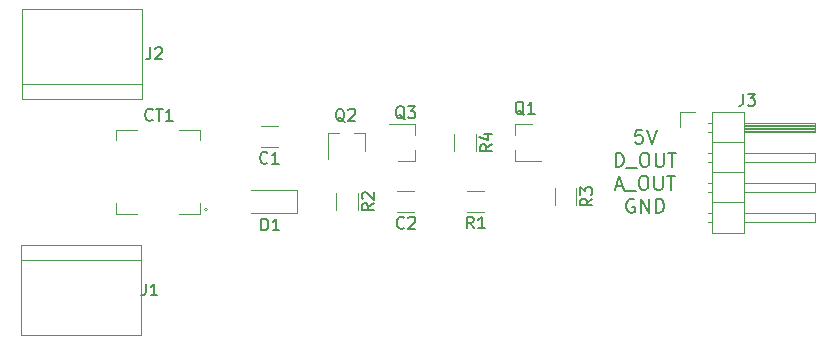
<source format=gbr>
G04 #@! TF.GenerationSoftware,KiCad,Pcbnew,5.1.10-88a1d61d58~90~ubuntu21.04.1*
G04 #@! TF.CreationDate,2021-08-24T09:46:03+02:00*
G04 #@! TF.ProjectId,Detector_SMD_AD,44657465-6374-46f7-925f-534d445f4144,rev?*
G04 #@! TF.SameCoordinates,Original*
G04 #@! TF.FileFunction,Legend,Top*
G04 #@! TF.FilePolarity,Positive*
%FSLAX46Y46*%
G04 Gerber Fmt 4.6, Leading zero omitted, Abs format (unit mm)*
G04 Created by KiCad (PCBNEW 5.1.10-88a1d61d58~90~ubuntu21.04.1) date 2021-08-24 09:46:03*
%MOMM*%
%LPD*%
G01*
G04 APERTURE LIST*
%ADD10C,0.150000*%
%ADD11C,0.120000*%
%ADD12O,1.700000X1.700000*%
%ADD13R,1.700000X1.700000*%
%ADD14C,3.200000*%
%ADD15R,0.900000X0.800000*%
%ADD16R,0.800000X0.900000*%
%ADD17C,3.000000*%
%ADD18R,3.000000X3.000000*%
%ADD19R,0.900000X1.200000*%
%ADD20R,3.048000X2.540000*%
%ADD21R,1.524000X1.270000*%
G04 APERTURE END LIST*
D10*
X102521428Y-46417857D02*
X101950000Y-46417857D01*
X101892857Y-46989285D01*
X101950000Y-46932142D01*
X102064285Y-46875000D01*
X102350000Y-46875000D01*
X102464285Y-46932142D01*
X102521428Y-46989285D01*
X102578571Y-47103571D01*
X102578571Y-47389285D01*
X102521428Y-47503571D01*
X102464285Y-47560714D01*
X102350000Y-47617857D01*
X102064285Y-47617857D01*
X101950000Y-47560714D01*
X101892857Y-47503571D01*
X102921428Y-46417857D02*
X103321428Y-47617857D01*
X103721428Y-46417857D01*
X100264285Y-49567857D02*
X100264285Y-48367857D01*
X100550000Y-48367857D01*
X100721428Y-48425000D01*
X100835714Y-48539285D01*
X100892857Y-48653571D01*
X100950000Y-48882142D01*
X100950000Y-49053571D01*
X100892857Y-49282142D01*
X100835714Y-49396428D01*
X100721428Y-49510714D01*
X100550000Y-49567857D01*
X100264285Y-49567857D01*
X101178571Y-49682142D02*
X102092857Y-49682142D01*
X102607142Y-48367857D02*
X102835714Y-48367857D01*
X102950000Y-48425000D01*
X103064285Y-48539285D01*
X103121428Y-48767857D01*
X103121428Y-49167857D01*
X103064285Y-49396428D01*
X102950000Y-49510714D01*
X102835714Y-49567857D01*
X102607142Y-49567857D01*
X102492857Y-49510714D01*
X102378571Y-49396428D01*
X102321428Y-49167857D01*
X102321428Y-48767857D01*
X102378571Y-48539285D01*
X102492857Y-48425000D01*
X102607142Y-48367857D01*
X103635714Y-48367857D02*
X103635714Y-49339285D01*
X103692857Y-49453571D01*
X103750000Y-49510714D01*
X103864285Y-49567857D01*
X104092857Y-49567857D01*
X104207142Y-49510714D01*
X104264285Y-49453571D01*
X104321428Y-49339285D01*
X104321428Y-48367857D01*
X104721428Y-48367857D02*
X105407142Y-48367857D01*
X105064285Y-49567857D02*
X105064285Y-48367857D01*
X100292857Y-51175000D02*
X100864285Y-51175000D01*
X100178571Y-51517857D02*
X100578571Y-50317857D01*
X100978571Y-51517857D01*
X101092857Y-51632142D02*
X102007142Y-51632142D01*
X102521428Y-50317857D02*
X102750000Y-50317857D01*
X102864285Y-50375000D01*
X102978571Y-50489285D01*
X103035714Y-50717857D01*
X103035714Y-51117857D01*
X102978571Y-51346428D01*
X102864285Y-51460714D01*
X102750000Y-51517857D01*
X102521428Y-51517857D01*
X102407142Y-51460714D01*
X102292857Y-51346428D01*
X102235714Y-51117857D01*
X102235714Y-50717857D01*
X102292857Y-50489285D01*
X102407142Y-50375000D01*
X102521428Y-50317857D01*
X103550000Y-50317857D02*
X103550000Y-51289285D01*
X103607142Y-51403571D01*
X103664285Y-51460714D01*
X103778571Y-51517857D01*
X104007142Y-51517857D01*
X104121428Y-51460714D01*
X104178571Y-51403571D01*
X104235714Y-51289285D01*
X104235714Y-50317857D01*
X104635714Y-50317857D02*
X105321428Y-50317857D01*
X104978571Y-51517857D02*
X104978571Y-50317857D01*
X101835714Y-52325000D02*
X101721428Y-52267857D01*
X101550000Y-52267857D01*
X101378571Y-52325000D01*
X101264285Y-52439285D01*
X101207142Y-52553571D01*
X101150000Y-52782142D01*
X101150000Y-52953571D01*
X101207142Y-53182142D01*
X101264285Y-53296428D01*
X101378571Y-53410714D01*
X101550000Y-53467857D01*
X101664285Y-53467857D01*
X101835714Y-53410714D01*
X101892857Y-53353571D01*
X101892857Y-52953571D01*
X101664285Y-52953571D01*
X102407142Y-53467857D02*
X102407142Y-52267857D01*
X103092857Y-53467857D01*
X103092857Y-52267857D01*
X103664285Y-53467857D02*
X103664285Y-52267857D01*
X103950000Y-52267857D01*
X104121428Y-52325000D01*
X104235714Y-52439285D01*
X104292857Y-52553571D01*
X104350000Y-52782142D01*
X104350000Y-52953571D01*
X104292857Y-53182142D01*
X104235714Y-53296428D01*
X104121428Y-53410714D01*
X103950000Y-53467857D01*
X103664285Y-53467857D01*
D11*
X108440000Y-44880000D02*
X108440000Y-55160000D01*
X108440000Y-55160000D02*
X111100000Y-55160000D01*
X111100000Y-55160000D02*
X111100000Y-44880000D01*
X111100000Y-44880000D02*
X108440000Y-44880000D01*
X111100000Y-45830000D02*
X117100000Y-45830000D01*
X117100000Y-45830000D02*
X117100000Y-46590000D01*
X117100000Y-46590000D02*
X111100000Y-46590000D01*
X111100000Y-45890000D02*
X117100000Y-45890000D01*
X111100000Y-46010000D02*
X117100000Y-46010000D01*
X111100000Y-46130000D02*
X117100000Y-46130000D01*
X111100000Y-46250000D02*
X117100000Y-46250000D01*
X111100000Y-46370000D02*
X117100000Y-46370000D01*
X111100000Y-46490000D02*
X117100000Y-46490000D01*
X108110000Y-45830000D02*
X108440000Y-45830000D01*
X108110000Y-46590000D02*
X108440000Y-46590000D01*
X108440000Y-47480000D02*
X111100000Y-47480000D01*
X111100000Y-48370000D02*
X117100000Y-48370000D01*
X117100000Y-48370000D02*
X117100000Y-49130000D01*
X117100000Y-49130000D02*
X111100000Y-49130000D01*
X108042929Y-48370000D02*
X108440000Y-48370000D01*
X108042929Y-49130000D02*
X108440000Y-49130000D01*
X108440000Y-50020000D02*
X111100000Y-50020000D01*
X111100000Y-50910000D02*
X117100000Y-50910000D01*
X117100000Y-50910000D02*
X117100000Y-51670000D01*
X117100000Y-51670000D02*
X111100000Y-51670000D01*
X108042929Y-50910000D02*
X108440000Y-50910000D01*
X108042929Y-51670000D02*
X108440000Y-51670000D01*
X108440000Y-52560000D02*
X111100000Y-52560000D01*
X111100000Y-53450000D02*
X117100000Y-53450000D01*
X117100000Y-53450000D02*
X117100000Y-54210000D01*
X117100000Y-54210000D02*
X111100000Y-54210000D01*
X108042929Y-53450000D02*
X108440000Y-53450000D01*
X108042929Y-54210000D02*
X108440000Y-54210000D01*
X105730000Y-46210000D02*
X105730000Y-44940000D01*
X105730000Y-44940000D02*
X107000000Y-44940000D01*
X86590000Y-46772936D02*
X86590000Y-48227064D01*
X88410000Y-46772936D02*
X88410000Y-48227064D01*
X95090000Y-51360436D02*
X95090000Y-52814564D01*
X96910000Y-51360436D02*
X96910000Y-52814564D01*
X76590000Y-51772936D02*
X76590000Y-53227064D01*
X78410000Y-51772936D02*
X78410000Y-53227064D01*
X89139564Y-51590000D02*
X87685436Y-51590000D01*
X89139564Y-53410000D02*
X87685436Y-53410000D01*
X83211252Y-51590000D02*
X81788748Y-51590000D01*
X83211252Y-53410000D02*
X81788748Y-53410000D01*
X71661252Y-46090000D02*
X70238748Y-46090000D01*
X71661252Y-47910000D02*
X70238748Y-47910000D01*
X83260000Y-49080000D02*
X83260000Y-48150000D01*
X83260000Y-45920000D02*
X83260000Y-46850000D01*
X83260000Y-45920000D02*
X81100000Y-45920000D01*
X83260000Y-49080000D02*
X81800000Y-49080000D01*
X79080000Y-46740000D02*
X78150000Y-46740000D01*
X75920000Y-46740000D02*
X76850000Y-46740000D01*
X75920000Y-46740000D02*
X75920000Y-48900000D01*
X79080000Y-46740000D02*
X79080000Y-48200000D01*
X91740000Y-45920000D02*
X91740000Y-46850000D01*
X91740000Y-49080000D02*
X91740000Y-48150000D01*
X91740000Y-49080000D02*
X93900000Y-49080000D01*
X91740000Y-45920000D02*
X93200000Y-45920000D01*
X60120000Y-42540000D02*
X49960000Y-42540000D01*
X60120000Y-43810000D02*
X60120000Y-36190000D01*
X60120000Y-36190000D02*
X49960000Y-36190000D01*
X49960000Y-36190000D02*
X49960000Y-43810000D01*
X49960000Y-43810000D02*
X60120000Y-43810000D01*
X49880000Y-57460000D02*
X60040000Y-57460000D01*
X49880000Y-56190000D02*
X49880000Y-63810000D01*
X49880000Y-63810000D02*
X60040000Y-63810000D01*
X60040000Y-63810000D02*
X60040000Y-56190000D01*
X60040000Y-56190000D02*
X49880000Y-56190000D01*
X73250000Y-53500000D02*
X73250000Y-51500000D01*
X73250000Y-51500000D02*
X69350000Y-51500000D01*
X73250000Y-53500000D02*
X69350000Y-53500000D01*
X65067199Y-52667000D02*
X65067199Y-53556000D01*
X65067199Y-53556000D02*
X63289199Y-53556000D01*
X59733199Y-53556000D02*
X57955199Y-53556000D01*
X57955199Y-53556000D02*
X57955199Y-52667000D01*
X57955199Y-47333000D02*
X57955199Y-46444000D01*
X57955199Y-46444000D02*
X59733199Y-46444000D01*
X63289199Y-46444000D02*
X65067199Y-46444000D01*
X65067199Y-46444000D02*
X65067199Y-47333000D01*
X65676799Y-53175000D02*
G75*
G03*
X65676799Y-53175000I-101600J0D01*
G01*
D10*
X111051666Y-43392380D02*
X111051666Y-44106666D01*
X111004047Y-44249523D01*
X110908809Y-44344761D01*
X110765952Y-44392380D01*
X110670714Y-44392380D01*
X111432619Y-43392380D02*
X112051666Y-43392380D01*
X111718333Y-43773333D01*
X111861190Y-43773333D01*
X111956428Y-43820952D01*
X112004047Y-43868571D01*
X112051666Y-43963809D01*
X112051666Y-44201904D01*
X112004047Y-44297142D01*
X111956428Y-44344761D01*
X111861190Y-44392380D01*
X111575476Y-44392380D01*
X111480238Y-44344761D01*
X111432619Y-44297142D01*
X89772380Y-47666666D02*
X89296190Y-48000000D01*
X89772380Y-48238095D02*
X88772380Y-48238095D01*
X88772380Y-47857142D01*
X88820000Y-47761904D01*
X88867619Y-47714285D01*
X88962857Y-47666666D01*
X89105714Y-47666666D01*
X89200952Y-47714285D01*
X89248571Y-47761904D01*
X89296190Y-47857142D01*
X89296190Y-48238095D01*
X89105714Y-46809523D02*
X89772380Y-46809523D01*
X88724761Y-47047619D02*
X89439047Y-47285714D01*
X89439047Y-46666666D01*
X98272380Y-52254166D02*
X97796190Y-52587500D01*
X98272380Y-52825595D02*
X97272380Y-52825595D01*
X97272380Y-52444642D01*
X97320000Y-52349404D01*
X97367619Y-52301785D01*
X97462857Y-52254166D01*
X97605714Y-52254166D01*
X97700952Y-52301785D01*
X97748571Y-52349404D01*
X97796190Y-52444642D01*
X97796190Y-52825595D01*
X97272380Y-51920833D02*
X97272380Y-51301785D01*
X97653333Y-51635119D01*
X97653333Y-51492261D01*
X97700952Y-51397023D01*
X97748571Y-51349404D01*
X97843809Y-51301785D01*
X98081904Y-51301785D01*
X98177142Y-51349404D01*
X98224761Y-51397023D01*
X98272380Y-51492261D01*
X98272380Y-51777976D01*
X98224761Y-51873214D01*
X98177142Y-51920833D01*
X79772380Y-52666666D02*
X79296190Y-53000000D01*
X79772380Y-53238095D02*
X78772380Y-53238095D01*
X78772380Y-52857142D01*
X78820000Y-52761904D01*
X78867619Y-52714285D01*
X78962857Y-52666666D01*
X79105714Y-52666666D01*
X79200952Y-52714285D01*
X79248571Y-52761904D01*
X79296190Y-52857142D01*
X79296190Y-53238095D01*
X78867619Y-52285714D02*
X78820000Y-52238095D01*
X78772380Y-52142857D01*
X78772380Y-51904761D01*
X78820000Y-51809523D01*
X78867619Y-51761904D01*
X78962857Y-51714285D01*
X79058095Y-51714285D01*
X79200952Y-51761904D01*
X79772380Y-52333333D01*
X79772380Y-51714285D01*
X88245833Y-54772380D02*
X87912500Y-54296190D01*
X87674404Y-54772380D02*
X87674404Y-53772380D01*
X88055357Y-53772380D01*
X88150595Y-53820000D01*
X88198214Y-53867619D01*
X88245833Y-53962857D01*
X88245833Y-54105714D01*
X88198214Y-54200952D01*
X88150595Y-54248571D01*
X88055357Y-54296190D01*
X87674404Y-54296190D01*
X89198214Y-54772380D02*
X88626785Y-54772380D01*
X88912500Y-54772380D02*
X88912500Y-53772380D01*
X88817261Y-53915238D01*
X88722023Y-54010476D01*
X88626785Y-54058095D01*
X82333333Y-54707142D02*
X82285714Y-54754761D01*
X82142857Y-54802380D01*
X82047619Y-54802380D01*
X81904761Y-54754761D01*
X81809523Y-54659523D01*
X81761904Y-54564285D01*
X81714285Y-54373809D01*
X81714285Y-54230952D01*
X81761904Y-54040476D01*
X81809523Y-53945238D01*
X81904761Y-53850000D01*
X82047619Y-53802380D01*
X82142857Y-53802380D01*
X82285714Y-53850000D01*
X82333333Y-53897619D01*
X82714285Y-53897619D02*
X82761904Y-53850000D01*
X82857142Y-53802380D01*
X83095238Y-53802380D01*
X83190476Y-53850000D01*
X83238095Y-53897619D01*
X83285714Y-53992857D01*
X83285714Y-54088095D01*
X83238095Y-54230952D01*
X82666666Y-54802380D01*
X83285714Y-54802380D01*
X70783333Y-49207142D02*
X70735714Y-49254761D01*
X70592857Y-49302380D01*
X70497619Y-49302380D01*
X70354761Y-49254761D01*
X70259523Y-49159523D01*
X70211904Y-49064285D01*
X70164285Y-48873809D01*
X70164285Y-48730952D01*
X70211904Y-48540476D01*
X70259523Y-48445238D01*
X70354761Y-48350000D01*
X70497619Y-48302380D01*
X70592857Y-48302380D01*
X70735714Y-48350000D01*
X70783333Y-48397619D01*
X71735714Y-49302380D02*
X71164285Y-49302380D01*
X71450000Y-49302380D02*
X71450000Y-48302380D01*
X71354761Y-48445238D01*
X71259523Y-48540476D01*
X71164285Y-48588095D01*
X82404761Y-45547619D02*
X82309523Y-45500000D01*
X82214285Y-45404761D01*
X82071428Y-45261904D01*
X81976190Y-45214285D01*
X81880952Y-45214285D01*
X81928571Y-45452380D02*
X81833333Y-45404761D01*
X81738095Y-45309523D01*
X81690476Y-45119047D01*
X81690476Y-44785714D01*
X81738095Y-44595238D01*
X81833333Y-44500000D01*
X81928571Y-44452380D01*
X82119047Y-44452380D01*
X82214285Y-44500000D01*
X82309523Y-44595238D01*
X82357142Y-44785714D01*
X82357142Y-45119047D01*
X82309523Y-45309523D01*
X82214285Y-45404761D01*
X82119047Y-45452380D01*
X81928571Y-45452380D01*
X82690476Y-44452380D02*
X83309523Y-44452380D01*
X82976190Y-44833333D01*
X83119047Y-44833333D01*
X83214285Y-44880952D01*
X83261904Y-44928571D01*
X83309523Y-45023809D01*
X83309523Y-45261904D01*
X83261904Y-45357142D01*
X83214285Y-45404761D01*
X83119047Y-45452380D01*
X82833333Y-45452380D01*
X82738095Y-45404761D01*
X82690476Y-45357142D01*
X77304761Y-45747619D02*
X77209523Y-45700000D01*
X77114285Y-45604761D01*
X76971428Y-45461904D01*
X76876190Y-45414285D01*
X76780952Y-45414285D01*
X76828571Y-45652380D02*
X76733333Y-45604761D01*
X76638095Y-45509523D01*
X76590476Y-45319047D01*
X76590476Y-44985714D01*
X76638095Y-44795238D01*
X76733333Y-44700000D01*
X76828571Y-44652380D01*
X77019047Y-44652380D01*
X77114285Y-44700000D01*
X77209523Y-44795238D01*
X77257142Y-44985714D01*
X77257142Y-45319047D01*
X77209523Y-45509523D01*
X77114285Y-45604761D01*
X77019047Y-45652380D01*
X76828571Y-45652380D01*
X77638095Y-44747619D02*
X77685714Y-44700000D01*
X77780952Y-44652380D01*
X78019047Y-44652380D01*
X78114285Y-44700000D01*
X78161904Y-44747619D01*
X78209523Y-44842857D01*
X78209523Y-44938095D01*
X78161904Y-45080952D01*
X77590476Y-45652380D01*
X78209523Y-45652380D01*
X92504761Y-45147619D02*
X92409523Y-45100000D01*
X92314285Y-45004761D01*
X92171428Y-44861904D01*
X92076190Y-44814285D01*
X91980952Y-44814285D01*
X92028571Y-45052380D02*
X91933333Y-45004761D01*
X91838095Y-44909523D01*
X91790476Y-44719047D01*
X91790476Y-44385714D01*
X91838095Y-44195238D01*
X91933333Y-44100000D01*
X92028571Y-44052380D01*
X92219047Y-44052380D01*
X92314285Y-44100000D01*
X92409523Y-44195238D01*
X92457142Y-44385714D01*
X92457142Y-44719047D01*
X92409523Y-44909523D01*
X92314285Y-45004761D01*
X92219047Y-45052380D01*
X92028571Y-45052380D01*
X93409523Y-45052380D02*
X92838095Y-45052380D01*
X93123809Y-45052380D02*
X93123809Y-44052380D01*
X93028571Y-44195238D01*
X92933333Y-44290476D01*
X92838095Y-44338095D01*
X60866666Y-39452380D02*
X60866666Y-40166666D01*
X60819047Y-40309523D01*
X60723809Y-40404761D01*
X60580952Y-40452380D01*
X60485714Y-40452380D01*
X61295238Y-39547619D02*
X61342857Y-39500000D01*
X61438095Y-39452380D01*
X61676190Y-39452380D01*
X61771428Y-39500000D01*
X61819047Y-39547619D01*
X61866666Y-39642857D01*
X61866666Y-39738095D01*
X61819047Y-39880952D01*
X61247619Y-40452380D01*
X61866666Y-40452380D01*
X60466666Y-59452380D02*
X60466666Y-60166666D01*
X60419047Y-60309523D01*
X60323809Y-60404761D01*
X60180952Y-60452380D01*
X60085714Y-60452380D01*
X61466666Y-60452380D02*
X60895238Y-60452380D01*
X61180952Y-60452380D02*
X61180952Y-59452380D01*
X61085714Y-59595238D01*
X60990476Y-59690476D01*
X60895238Y-59738095D01*
X70261904Y-54952380D02*
X70261904Y-53952380D01*
X70500000Y-53952380D01*
X70642857Y-54000000D01*
X70738095Y-54095238D01*
X70785714Y-54190476D01*
X70833333Y-54380952D01*
X70833333Y-54523809D01*
X70785714Y-54714285D01*
X70738095Y-54809523D01*
X70642857Y-54904761D01*
X70500000Y-54952380D01*
X70261904Y-54952380D01*
X71785714Y-54952380D02*
X71214285Y-54952380D01*
X71500000Y-54952380D02*
X71500000Y-53952380D01*
X71404761Y-54095238D01*
X71309523Y-54190476D01*
X71214285Y-54238095D01*
X61052380Y-45557142D02*
X61004761Y-45604761D01*
X60861904Y-45652380D01*
X60766666Y-45652380D01*
X60623809Y-45604761D01*
X60528571Y-45509523D01*
X60480952Y-45414285D01*
X60433333Y-45223809D01*
X60433333Y-45080952D01*
X60480952Y-44890476D01*
X60528571Y-44795238D01*
X60623809Y-44700000D01*
X60766666Y-44652380D01*
X60861904Y-44652380D01*
X61004761Y-44700000D01*
X61052380Y-44747619D01*
X61338095Y-44652380D02*
X61909523Y-44652380D01*
X61623809Y-45652380D02*
X61623809Y-44652380D01*
X62766666Y-45652380D02*
X62195238Y-45652380D01*
X62480952Y-45652380D02*
X62480952Y-44652380D01*
X62385714Y-44795238D01*
X62290476Y-44890476D01*
X62195238Y-44938095D01*
%LPC*%
D12*
X107000000Y-53830000D03*
X107000000Y-51290000D03*
X107000000Y-48750000D03*
D13*
X107000000Y-46210000D03*
G36*
G01*
X86874999Y-48400000D02*
X88125001Y-48400000D01*
G75*
G02*
X88375000Y-48649999I0J-249999D01*
G01*
X88375000Y-49275001D01*
G75*
G02*
X88125001Y-49525000I-249999J0D01*
G01*
X86874999Y-49525000D01*
G75*
G02*
X86625000Y-49275001I0J249999D01*
G01*
X86625000Y-48649999D01*
G75*
G02*
X86874999Y-48400000I249999J0D01*
G01*
G37*
G36*
G01*
X86874999Y-45475000D02*
X88125001Y-45475000D01*
G75*
G02*
X88375000Y-45724999I0J-249999D01*
G01*
X88375000Y-46350001D01*
G75*
G02*
X88125001Y-46600000I-249999J0D01*
G01*
X86874999Y-46600000D01*
G75*
G02*
X86625000Y-46350001I0J249999D01*
G01*
X86625000Y-45724999D01*
G75*
G02*
X86874999Y-45475000I249999J0D01*
G01*
G37*
G36*
G01*
X95374999Y-52987500D02*
X96625001Y-52987500D01*
G75*
G02*
X96875000Y-53237499I0J-249999D01*
G01*
X96875000Y-53862501D01*
G75*
G02*
X96625001Y-54112500I-249999J0D01*
G01*
X95374999Y-54112500D01*
G75*
G02*
X95125000Y-53862501I0J249999D01*
G01*
X95125000Y-53237499D01*
G75*
G02*
X95374999Y-52987500I249999J0D01*
G01*
G37*
G36*
G01*
X95374999Y-50062500D02*
X96625001Y-50062500D01*
G75*
G02*
X96875000Y-50312499I0J-249999D01*
G01*
X96875000Y-50937501D01*
G75*
G02*
X96625001Y-51187500I-249999J0D01*
G01*
X95374999Y-51187500D01*
G75*
G02*
X95125000Y-50937501I0J249999D01*
G01*
X95125000Y-50312499D01*
G75*
G02*
X95374999Y-50062500I249999J0D01*
G01*
G37*
G36*
G01*
X76874999Y-53400000D02*
X78125001Y-53400000D01*
G75*
G02*
X78375000Y-53649999I0J-249999D01*
G01*
X78375000Y-54275001D01*
G75*
G02*
X78125001Y-54525000I-249999J0D01*
G01*
X76874999Y-54525000D01*
G75*
G02*
X76625000Y-54275001I0J249999D01*
G01*
X76625000Y-53649999D01*
G75*
G02*
X76874999Y-53400000I249999J0D01*
G01*
G37*
G36*
G01*
X76874999Y-50475000D02*
X78125001Y-50475000D01*
G75*
G02*
X78375000Y-50724999I0J-249999D01*
G01*
X78375000Y-51350001D01*
G75*
G02*
X78125001Y-51600000I-249999J0D01*
G01*
X76874999Y-51600000D01*
G75*
G02*
X76625000Y-51350001I0J249999D01*
G01*
X76625000Y-50724999D01*
G75*
G02*
X76874999Y-50475000I249999J0D01*
G01*
G37*
G36*
G01*
X87512500Y-51874999D02*
X87512500Y-53125001D01*
G75*
G02*
X87262501Y-53375000I-249999J0D01*
G01*
X86637499Y-53375000D01*
G75*
G02*
X86387500Y-53125001I0J249999D01*
G01*
X86387500Y-51874999D01*
G75*
G02*
X86637499Y-51625000I249999J0D01*
G01*
X87262501Y-51625000D01*
G75*
G02*
X87512500Y-51874999I0J-249999D01*
G01*
G37*
G36*
G01*
X90437500Y-51874999D02*
X90437500Y-53125001D01*
G75*
G02*
X90187501Y-53375000I-249999J0D01*
G01*
X89562499Y-53375000D01*
G75*
G02*
X89312500Y-53125001I0J249999D01*
G01*
X89312500Y-51874999D01*
G75*
G02*
X89562499Y-51625000I249999J0D01*
G01*
X90187501Y-51625000D01*
G75*
G02*
X90437500Y-51874999I0J-249999D01*
G01*
G37*
G36*
G01*
X81600000Y-51849999D02*
X81600000Y-53150001D01*
G75*
G02*
X81350001Y-53400000I-249999J0D01*
G01*
X80699999Y-53400000D01*
G75*
G02*
X80450000Y-53150001I0J249999D01*
G01*
X80450000Y-51849999D01*
G75*
G02*
X80699999Y-51600000I249999J0D01*
G01*
X81350001Y-51600000D01*
G75*
G02*
X81600000Y-51849999I0J-249999D01*
G01*
G37*
G36*
G01*
X84550000Y-51849999D02*
X84550000Y-53150001D01*
G75*
G02*
X84300001Y-53400000I-249999J0D01*
G01*
X83649999Y-53400000D01*
G75*
G02*
X83400000Y-53150001I0J249999D01*
G01*
X83400000Y-51849999D01*
G75*
G02*
X83649999Y-51600000I249999J0D01*
G01*
X84300001Y-51600000D01*
G75*
G02*
X84550000Y-51849999I0J-249999D01*
G01*
G37*
G36*
G01*
X70050000Y-46349999D02*
X70050000Y-47650001D01*
G75*
G02*
X69800001Y-47900000I-249999J0D01*
G01*
X69149999Y-47900000D01*
G75*
G02*
X68900000Y-47650001I0J249999D01*
G01*
X68900000Y-46349999D01*
G75*
G02*
X69149999Y-46100000I249999J0D01*
G01*
X69800001Y-46100000D01*
G75*
G02*
X70050000Y-46349999I0J-249999D01*
G01*
G37*
G36*
G01*
X73000000Y-46349999D02*
X73000000Y-47650001D01*
G75*
G02*
X72750001Y-47900000I-249999J0D01*
G01*
X72099999Y-47900000D01*
G75*
G02*
X71850000Y-47650001I0J249999D01*
G01*
X71850000Y-46349999D01*
G75*
G02*
X72099999Y-46100000I249999J0D01*
G01*
X72750001Y-46100000D01*
G75*
G02*
X73000000Y-46349999I0J-249999D01*
G01*
G37*
D14*
X105000000Y-60000000D03*
X105000000Y-40000000D03*
X45000000Y-50000000D03*
D15*
X83500000Y-47500000D03*
X81500000Y-48450000D03*
X81500000Y-46550000D03*
D16*
X77500000Y-46500000D03*
X78450000Y-48500000D03*
X76550000Y-48500000D03*
D15*
X91500000Y-47500000D03*
X93500000Y-46550000D03*
X93500000Y-48450000D03*
D17*
X57580000Y-40000000D03*
D18*
X52500000Y-40000000D03*
D17*
X52420000Y-60000000D03*
D18*
X57500000Y-60000000D03*
D19*
X69350000Y-52500000D03*
X72650000Y-52500000D03*
D20*
X61511199Y-52616200D03*
X61511199Y-47383800D03*
D21*
X57955199Y-51854200D03*
X57955199Y-50000000D03*
X57955199Y-48145800D03*
X65067199Y-48145800D03*
X65067199Y-50000000D03*
X65067199Y-51854200D03*
M02*

</source>
